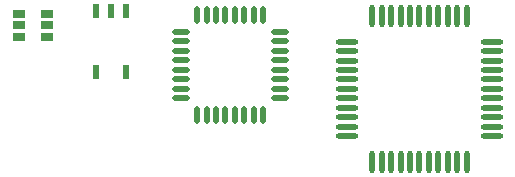
<source format=gbp>
G04*
G04 #@! TF.GenerationSoftware,Altium Limited,Altium Designer,19.0.4 (130)*
G04*
G04 Layer_Color=128*
%FSLAX25Y25*%
%MOIN*%
G70*
G01*
G75*
%ADD55R,0.02362X0.04724*%
%ADD56R,0.04331X0.02559*%
%ADD57O,0.07480X0.01772*%
%ADD58O,0.01772X0.07480*%
%ADD59O,0.05906X0.01772*%
%ADD60O,0.01772X0.05906*%
D55*
X69055Y129839D02*
D03*
X74055D02*
D03*
X79055D02*
D03*
X69055Y109366D02*
D03*
X79055D02*
D03*
D56*
X52809Y128672D02*
D03*
Y124932D02*
D03*
Y121192D02*
D03*
X43361D02*
D03*
Y124932D02*
D03*
Y128672D02*
D03*
D57*
X201142Y119512D02*
D03*
Y116363D02*
D03*
Y113213D02*
D03*
Y110063D02*
D03*
Y106914D02*
D03*
Y103764D02*
D03*
Y100614D02*
D03*
Y97465D02*
D03*
Y94315D02*
D03*
Y91166D02*
D03*
Y88016D02*
D03*
X152717D02*
D03*
Y91166D02*
D03*
Y94315D02*
D03*
Y97465D02*
D03*
Y100614D02*
D03*
Y103764D02*
D03*
Y106914D02*
D03*
Y110063D02*
D03*
Y113213D02*
D03*
Y116363D02*
D03*
Y119512D02*
D03*
D58*
X192677Y79552D02*
D03*
X189527D02*
D03*
X186378D02*
D03*
X183228D02*
D03*
X180079D02*
D03*
X176929D02*
D03*
X173779D02*
D03*
X170630D02*
D03*
X167480D02*
D03*
X164331D02*
D03*
X161181D02*
D03*
Y127977D02*
D03*
X164331D02*
D03*
X167480D02*
D03*
X170630D02*
D03*
X173779D02*
D03*
X176929D02*
D03*
X180079D02*
D03*
X183228D02*
D03*
X186378D02*
D03*
X189527D02*
D03*
X192677D02*
D03*
D59*
X130354Y122752D02*
D03*
Y119603D02*
D03*
Y116453D02*
D03*
Y113303D02*
D03*
Y110154D02*
D03*
Y107004D02*
D03*
Y103855D02*
D03*
Y100705D02*
D03*
X97283D02*
D03*
Y103855D02*
D03*
Y107004D02*
D03*
Y110154D02*
D03*
Y113303D02*
D03*
Y116453D02*
D03*
Y119603D02*
D03*
Y122752D02*
D03*
D60*
X124843Y95193D02*
D03*
X121693D02*
D03*
X118543D02*
D03*
X115394D02*
D03*
X112244D02*
D03*
X109095D02*
D03*
X105945D02*
D03*
X102795D02*
D03*
Y128264D02*
D03*
X105945D02*
D03*
X109095D02*
D03*
X112244D02*
D03*
X115394D02*
D03*
X118543D02*
D03*
X121693D02*
D03*
X124843D02*
D03*
M02*

</source>
